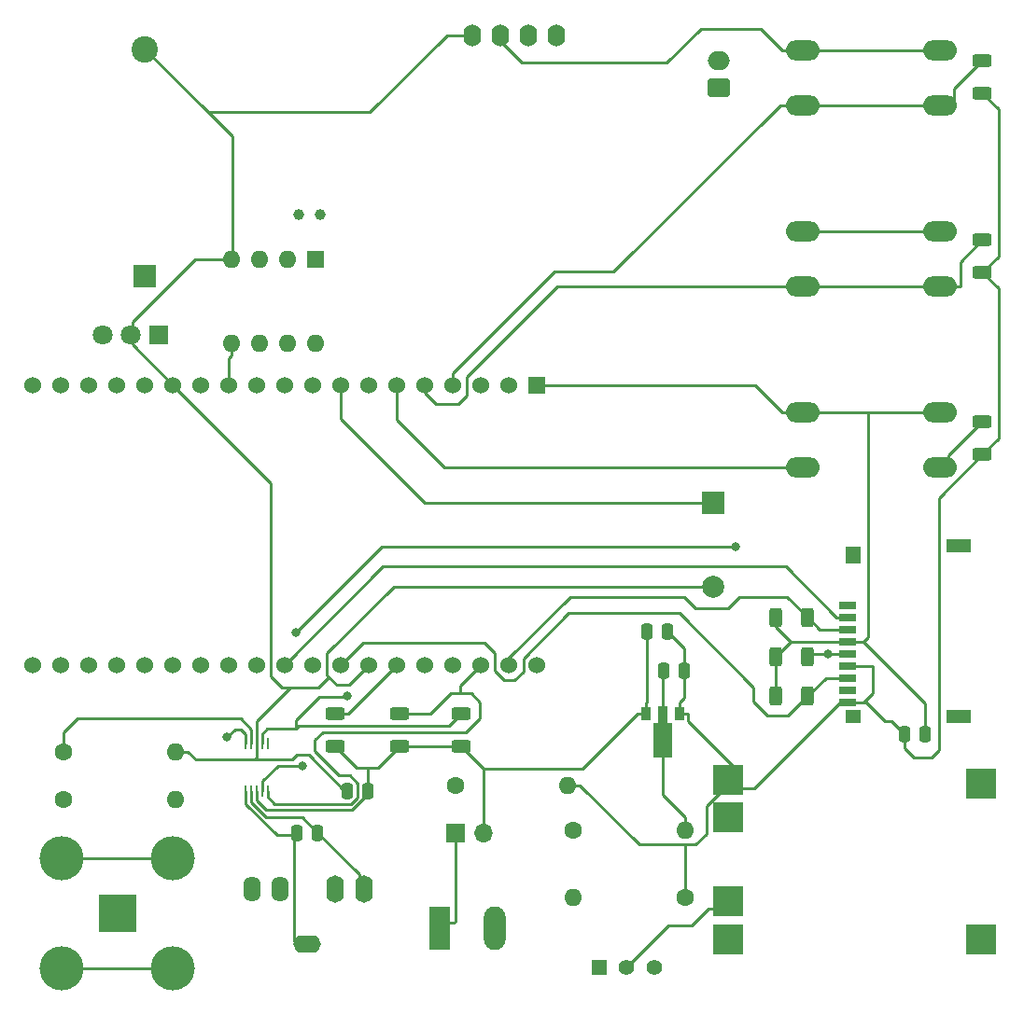
<source format=gbr>
%TF.GenerationSoftware,KiCad,Pcbnew,7.0.9*%
%TF.CreationDate,2024-02-28T20:27:22+01:00*%
%TF.ProjectId,logger_pcb_kicad,6c6f6767-6572-45f7-9063-625f6b696361,rev?*%
%TF.SameCoordinates,Original*%
%TF.FileFunction,Copper,L1,Top*%
%TF.FilePolarity,Positive*%
%FSLAX46Y46*%
G04 Gerber Fmt 4.6, Leading zero omitted, Abs format (unit mm)*
G04 Created by KiCad (PCBNEW 7.0.9) date 2024-02-28 20:27:22*
%MOMM*%
%LPD*%
G01*
G04 APERTURE LIST*
G04 Aperture macros list*
%AMRoundRect*
0 Rectangle with rounded corners*
0 $1 Rounding radius*
0 $2 $3 $4 $5 $6 $7 $8 $9 X,Y pos of 4 corners*
0 Add a 4 corners polygon primitive as box body*
4,1,4,$2,$3,$4,$5,$6,$7,$8,$9,$2,$3,0*
0 Add four circle primitives for the rounded corners*
1,1,$1+$1,$2,$3*
1,1,$1+$1,$4,$5*
1,1,$1+$1,$6,$7*
1,1,$1+$1,$8,$9*
0 Add four rect primitives between the rounded corners*
20,1,$1+$1,$2,$3,$4,$5,0*
20,1,$1+$1,$4,$5,$6,$7,0*
20,1,$1+$1,$6,$7,$8,$9,0*
20,1,$1+$1,$8,$9,$2,$3,0*%
%AMFreePoly0*
4,1,9,3.862500,-0.866500,0.737500,-0.866500,0.737500,-0.450000,-0.737500,-0.450000,-0.737500,0.450000,0.737500,0.450000,0.737500,0.866500,3.862500,0.866500,3.862500,-0.866500,3.862500,-0.866500,$1*%
G04 Aperture macros list end*
%TA.AperFunction,ComponentPad*%
%ADD10O,1.600000X2.300000*%
%TD*%
%TA.AperFunction,ComponentPad*%
%ADD11O,2.500000X1.600000*%
%TD*%
%TA.AperFunction,ComponentPad*%
%ADD12O,1.600000X2.500000*%
%TD*%
%TA.AperFunction,SMDPad,CuDef*%
%ADD13RoundRect,0.250000X-0.312500X-0.625000X0.312500X-0.625000X0.312500X0.625000X-0.312500X0.625000X0*%
%TD*%
%TA.AperFunction,SMDPad,CuDef*%
%ADD14RoundRect,0.250000X0.625000X-0.312500X0.625000X0.312500X-0.625000X0.312500X-0.625000X-0.312500X0*%
%TD*%
%TA.AperFunction,ComponentPad*%
%ADD15O,1.600000X2.000000*%
%TD*%
%TA.AperFunction,ComponentPad*%
%ADD16O,3.048000X1.850000*%
%TD*%
%TA.AperFunction,SMDPad,CuDef*%
%ADD17RoundRect,0.250000X-0.250000X-0.475000X0.250000X-0.475000X0.250000X0.475000X-0.250000X0.475000X0*%
%TD*%
%TA.AperFunction,ComponentPad*%
%ADD18R,2.100000X2.100000*%
%TD*%
%TA.AperFunction,ComponentPad*%
%ADD19C,2.400000*%
%TD*%
%TA.AperFunction,SMDPad,CuDef*%
%ADD20RoundRect,0.250000X0.250000X0.475000X-0.250000X0.475000X-0.250000X-0.475000X0.250000X-0.475000X0*%
%TD*%
%TA.AperFunction,ComponentPad*%
%ADD21R,3.500000X3.500000*%
%TD*%
%TA.AperFunction,ComponentPad*%
%ADD22C,4.000000*%
%TD*%
%TA.AperFunction,ComponentPad*%
%ADD23C,1.600000*%
%TD*%
%TA.AperFunction,ComponentPad*%
%ADD24O,1.600000X1.600000*%
%TD*%
%TA.AperFunction,ComponentPad*%
%ADD25R,2.800000X2.800000*%
%TD*%
%TA.AperFunction,SMDPad,CuDef*%
%ADD26R,0.900000X1.300000*%
%TD*%
%TA.AperFunction,SMDPad,CuDef*%
%ADD27FreePoly0,270.000000*%
%TD*%
%TA.AperFunction,ComponentPad*%
%ADD28RoundRect,0.250000X0.750000X-0.600000X0.750000X0.600000X-0.750000X0.600000X-0.750000X-0.600000X0*%
%TD*%
%TA.AperFunction,ComponentPad*%
%ADD29O,2.000000X1.700000*%
%TD*%
%TA.AperFunction,ComponentPad*%
%ADD30R,1.600000X1.600000*%
%TD*%
%TA.AperFunction,SMDPad,CuDef*%
%ADD31R,0.250000X1.100000*%
%TD*%
%TA.AperFunction,ComponentPad*%
%ADD32R,1.980000X3.960000*%
%TD*%
%TA.AperFunction,ComponentPad*%
%ADD33O,1.980000X3.960000*%
%TD*%
%TA.AperFunction,ComponentPad*%
%ADD34R,2.000000X2.000000*%
%TD*%
%TA.AperFunction,ComponentPad*%
%ADD35C,2.000000*%
%TD*%
%TA.AperFunction,ComponentPad*%
%ADD36R,1.400000X1.400000*%
%TD*%
%TA.AperFunction,ComponentPad*%
%ADD37C,1.400000*%
%TD*%
%TA.AperFunction,SMDPad,CuDef*%
%ADD38R,1.600000X0.700000*%
%TD*%
%TA.AperFunction,SMDPad,CuDef*%
%ADD39R,2.200000X1.200000*%
%TD*%
%TA.AperFunction,SMDPad,CuDef*%
%ADD40R,1.400000X1.600000*%
%TD*%
%TA.AperFunction,SMDPad,CuDef*%
%ADD41R,1.400000X1.200000*%
%TD*%
%TA.AperFunction,ComponentPad*%
%ADD42R,1.800000X1.800000*%
%TD*%
%TA.AperFunction,ComponentPad*%
%ADD43C,1.800000*%
%TD*%
%TA.AperFunction,ComponentPad*%
%ADD44R,1.700000X1.700000*%
%TD*%
%TA.AperFunction,ComponentPad*%
%ADD45O,1.700000X1.700000*%
%TD*%
%TA.AperFunction,ComponentPad*%
%ADD46R,1.530000X1.530000*%
%TD*%
%TA.AperFunction,ComponentPad*%
%ADD47C,1.530000*%
%TD*%
%TA.AperFunction,ComponentPad*%
%ADD48C,1.000000*%
%TD*%
%TA.AperFunction,ViaPad*%
%ADD49C,0.800000*%
%TD*%
%TA.AperFunction,Conductor*%
%ADD50C,0.250000*%
%TD*%
G04 APERTURE END LIST*
D10*
%TO.P,J4,R*%
%TO.N,unconnected-(J4-PadR)*%
X125770000Y-127020000D03*
%TO.P,J4,RN*%
%TO.N,N/C*%
X128350000Y-127000000D03*
D11*
%TO.P,J4,S*%
%TO.N,Net-(U3-AIN2)*%
X130810000Y-132030000D03*
D12*
%TO.P,J4,T*%
%TO.N,Net-(U3-AIN3)*%
X135930000Y-127020000D03*
%TO.P,J4,TN*%
%TO.N,N/C*%
X133350000Y-127000000D03*
%TD*%
D13*
%TO.P,R13,1*%
%TO.N,+3.3V*%
X173289500Y-102362000D03*
%TO.P,R13,2*%
%TO.N,MOSI*%
X176214500Y-102362000D03*
%TD*%
D14*
%TO.P,R1,1*%
%TO.N,GND*%
X192024000Y-87568500D03*
%TO.P,R1,2*%
%TO.N,Net-(U1-IO35)*%
X192024000Y-84643500D03*
%TD*%
%TO.P,R7,1*%
%TO.N,+3.3V*%
X139192000Y-114046000D03*
%TO.P,R7,2*%
%TO.N,SCL*%
X139192000Y-111121000D03*
%TD*%
D15*
%TO.P,J2,1,Pin_1*%
%TO.N,GND*%
X145796000Y-49530000D03*
%TO.P,J2,2,Pin_2*%
%TO.N,+3.3V*%
X148336000Y-49530000D03*
%TO.P,J2,3,Pin_3*%
%TO.N,SCL*%
X150876000Y-49530000D03*
%TO.P,J2,4,Pin_4*%
%TO.N,SDA*%
X153416000Y-49530000D03*
%TD*%
D14*
%TO.P,R2,1*%
%TO.N,GND*%
X192024000Y-71058500D03*
%TO.P,R2,2*%
%TO.N,Net-(U1-IO34)*%
X192024000Y-68133500D03*
%TD*%
D16*
%TO.P,SW3,1,1*%
%TO.N,+3.3V*%
X175714000Y-83746000D03*
X188214000Y-83746000D03*
%TO.P,SW3,2,2*%
%TO.N,Net-(U1-IO35)*%
X175714000Y-88746000D03*
X188214000Y-88746000D03*
%TD*%
D17*
%TO.P,C4,1*%
%TO.N,+3.3V*%
X161610000Y-103632000D03*
%TO.P,C4,2*%
%TO.N,GND*%
X163510000Y-103632000D03*
%TD*%
D18*
%TO.P,BT1,1,+*%
%TO.N,Net-(BT1-+)*%
X116078000Y-71374000D03*
D19*
%TO.P,BT1,2,-*%
%TO.N,GND*%
X116078000Y-50800000D03*
%TD*%
D14*
%TO.P,R8,1*%
%TO.N,+3.3V*%
X144780000Y-114046000D03*
%TO.P,R8,2*%
%TO.N,ALRT*%
X144780000Y-111121000D03*
%TD*%
D20*
%TO.P,C2,1*%
%TO.N,+3.3V*%
X136332000Y-118110000D03*
%TO.P,C2,2*%
%TO.N,GND*%
X134432000Y-118110000D03*
%TD*%
D21*
%TO.P,J1,1,In*%
%TO.N,Net-(J1-In)*%
X113593000Y-129231000D03*
D22*
%TO.P,J1,2,Ext*%
%TO.N,GND*%
X118618000Y-134256000D03*
X118618000Y-124206000D03*
X108568000Y-134256000D03*
X108568000Y-124206000D03*
%TD*%
D23*
%TO.P,R12,1*%
%TO.N,Net-(J6-Pin_1)*%
X144272000Y-117602000D03*
D24*
%TO.P,R12,2*%
%TO.N,GND*%
X154432000Y-117602000D03*
%TD*%
D25*
%TO.P,U4,1,Vin+*%
%TO.N,unconnected-(U4-Vin+-Pad1)*%
X191912500Y-131612500D03*
%TO.P,U4,2,Vin-*%
%TO.N,unconnected-(U4-Vin--Pad2)*%
X191912500Y-117412500D03*
%TO.P,U4,3,Vout+*%
%TO.N,Net-(U4-Vout+)*%
X169012500Y-131612500D03*
%TO.P,U4,4,Vout-*%
%TO.N,GND*%
X169012500Y-117112500D03*
%TO.P,U4,5,B+*%
%TO.N,Net-(U4-B+)*%
X169012500Y-128112500D03*
%TO.P,U4,6,B-*%
%TO.N,Net-(J5-Pin_1)*%
X169012500Y-120512500D03*
%TD*%
D26*
%TO.P,U6,1,GND*%
%TO.N,GND*%
X164568000Y-111080000D03*
D27*
%TO.P,U6,2,VIN*%
%TO.N,Net-(U4-Vout+)*%
X163068000Y-111167500D03*
D26*
%TO.P,U6,3,VOUT*%
%TO.N,+3.3V*%
X161568000Y-111080000D03*
%TD*%
D28*
%TO.P,J5,1,Pin_1*%
%TO.N,Net-(J5-Pin_1)*%
X168148000Y-54316000D03*
D29*
%TO.P,J5,2,Pin_2*%
%TO.N,Net-(J5-Pin_2)*%
X168148000Y-51816000D03*
%TD*%
D17*
%TO.P,C5,1*%
%TO.N,Net-(U3-AIN2)*%
X129860000Y-121920000D03*
%TO.P,C5,2*%
%TO.N,Net-(U3-AIN3)*%
X131760000Y-121920000D03*
%TD*%
D30*
%TO.P,U2,1,VCC2*%
%TO.N,+3.3V*%
X131572000Y-69850000D03*
D24*
%TO.P,U2,2,X1*%
%TO.N,Net-(U2-X1)*%
X129032000Y-69850000D03*
%TO.P,U2,3,X2*%
%TO.N,Net-(U2-X2)*%
X126492000Y-69850000D03*
%TO.P,U2,4,GND*%
%TO.N,GND*%
X123952000Y-69850000D03*
%TO.P,U2,5,CE*%
%TO.N,CE*%
X123952000Y-77470000D03*
%TO.P,U2,6,I/O*%
%TO.N,DTLOCK*%
X126492000Y-77470000D03*
%TO.P,U2,7,SCLK*%
%TO.N,SCLK*%
X129032000Y-77470000D03*
%TO.P,U2,8,VCC1*%
%TO.N,Net-(BT1-+)*%
X131572000Y-77470000D03*
%TD*%
D31*
%TO.P,U3,1,ADDR*%
%TO.N,unconnected-(U3-ADDR-Pad1)*%
X127238000Y-113810000D03*
%TO.P,U3,2,ALERT/RDY*%
%TO.N,ALRT*%
X126738000Y-113810000D03*
%TO.P,U3,3,GND*%
%TO.N,GND*%
X126238000Y-113810000D03*
%TO.P,U3,4,AIN0*%
%TO.N,Net-(U3-AIN0)*%
X125738000Y-113810000D03*
%TO.P,U3,5,AIN1*%
%TO.N,Net-(J6-Pin_1)*%
X125238000Y-113810000D03*
%TO.P,U3,6,AIN2*%
%TO.N,Net-(U3-AIN2)*%
X125238000Y-118110000D03*
%TO.P,U3,7,AIN3*%
%TO.N,Net-(U3-AIN3)*%
X125738000Y-118110000D03*
%TO.P,U3,8,VDD*%
%TO.N,+3.3V*%
X126238000Y-118110000D03*
%TO.P,U3,9,SDA*%
%TO.N,SDA*%
X126738000Y-118110000D03*
%TO.P,U3,10,SCL*%
%TO.N,SCL*%
X127238000Y-118110000D03*
%TD*%
D13*
%TO.P,R14,1*%
%TO.N,+3.3V*%
X173289500Y-105918000D03*
%TO.P,R14,2*%
%TO.N,SCK*%
X176214500Y-105918000D03*
%TD*%
D14*
%TO.P,R6,1*%
%TO.N,+3.3V*%
X133350000Y-114046000D03*
%TO.P,R6,2*%
%TO.N,SDA*%
X133350000Y-111121000D03*
%TD*%
D32*
%TO.P,J6,1,Pin_1*%
%TO.N,Net-(J6-Pin_1)*%
X142800000Y-130600000D03*
D33*
%TO.P,J6,2,Pin_2*%
%TO.N,+3.3V*%
X147800000Y-130600000D03*
%TD*%
D34*
%TO.P,BZ1,1,-*%
%TO.N,Net-(BZ1--)*%
X167640000Y-91968000D03*
D35*
%TO.P,BZ1,2,+*%
%TO.N,GND*%
X167640000Y-99568000D03*
%TD*%
D16*
%TO.P,SW1,1,1*%
%TO.N,+3.3V*%
X175714000Y-50880000D03*
X188214000Y-50880000D03*
%TO.P,SW1,2,2*%
%TO.N,Net-(U1-SENSOR_VN)*%
X175714000Y-55880000D03*
X188214000Y-55880000D03*
%TD*%
D36*
%TO.P,SW4,1*%
%TO.N,Net-(J5-Pin_2)*%
X157266000Y-134112000D03*
D37*
%TO.P,SW4,2*%
%TO.N,Net-(U4-B+)*%
X159766000Y-134112000D03*
%TO.P,SW4,3*%
%TO.N,N/C*%
X162266000Y-134112000D03*
%TD*%
D38*
%TO.P,J3,1,DAT2*%
%TO.N,unconnected-(J3-DAT2-Pad1)*%
X179814600Y-101323200D03*
%TO.P,J3,2,DAT3/CD*%
%TO.N,CS*%
X179814600Y-102423200D03*
%TO.P,J3,3,CMD*%
%TO.N,MOSI*%
X179814600Y-103523200D03*
%TO.P,J3,4,VDD*%
%TO.N,+3.3V*%
X179814600Y-104623200D03*
%TO.P,J3,5,CLK*%
%TO.N,SCK*%
X179814600Y-105723200D03*
%TO.P,J3,6,VSS*%
%TO.N,GND*%
X179814600Y-106823200D03*
%TO.P,J3,7,DAT0*%
%TO.N,MISO*%
X179814600Y-107923200D03*
%TO.P,J3,8,DAT1*%
%TO.N,unconnected-(J3-DAT1-Pad8)*%
X179814600Y-109023200D03*
%TO.P,J3,9,SHIELD*%
%TO.N,GND*%
X179814600Y-110123200D03*
D39*
%TO.P,J3,SH*%
%TO.N,N/C*%
X189914600Y-95823200D03*
D40*
X180314600Y-96723200D03*
D39*
X189914600Y-111323200D03*
D41*
X180314600Y-111323200D03*
%TD*%
D20*
%TO.P,C1,1*%
%TO.N,+3.3V*%
X186878000Y-113000000D03*
%TO.P,C1,2*%
%TO.N,GND*%
X184978000Y-113000000D03*
%TD*%
D14*
%TO.P,R3,1*%
%TO.N,GND*%
X192024000Y-54802500D03*
%TO.P,R3,2*%
%TO.N,Net-(U1-SENSOR_VN)*%
X192024000Y-51877500D03*
%TD*%
D16*
%TO.P,SW2,1,1*%
%TO.N,+3.3V*%
X175714000Y-67316000D03*
X188214000Y-67316000D03*
%TO.P,SW2,2,2*%
%TO.N,Net-(U1-IO34)*%
X175714000Y-72316000D03*
X188214000Y-72316000D03*
%TD*%
D42*
%TO.P,D3,1,A1*%
%TO.N,Net-(D3-A1)*%
X117358000Y-76708000D03*
D43*
%TO.P,D3,2,K*%
%TO.N,GND*%
X114818000Y-76708000D03*
%TO.P,D3,3,A2*%
%TO.N,Net-(D3-A2)*%
X112278000Y-76708000D03*
%TD*%
D23*
%TO.P,R5,1*%
%TO.N,Net-(U3-AIN0)*%
X108712000Y-114554000D03*
D24*
%TO.P,R5,2*%
%TO.N,GND*%
X118872000Y-114554000D03*
%TD*%
D44*
%TO.P,J7,1,Pin_1*%
%TO.N,Net-(J6-Pin_1)*%
X144267000Y-121920000D03*
D45*
%TO.P,J7,2,Pin_2*%
%TO.N,+3.3V*%
X146807000Y-121920000D03*
%TD*%
D46*
%TO.P,U1,1,3V3*%
%TO.N,+3.3V*%
X151638000Y-81280000D03*
D47*
%TO.P,U1,2,EN*%
%TO.N,unconnected-(U1-EN-Pad2)*%
X149098000Y-81280000D03*
%TO.P,U1,3,SENSOR_VP*%
%TO.N,unconnected-(U1-SENSOR_VP-Pad3)*%
X146558000Y-81280000D03*
%TO.P,U1,4,SENSOR_VN*%
%TO.N,Net-(U1-SENSOR_VN)*%
X144018000Y-81280000D03*
%TO.P,U1,5,IO34*%
%TO.N,Net-(U1-IO34)*%
X141478000Y-81280000D03*
%TO.P,U1,6,IO35*%
%TO.N,Net-(U1-IO35)*%
X138938000Y-81280000D03*
%TO.P,U1,7,IO32*%
%TO.N,ALRT*%
X136398000Y-81280000D03*
%TO.P,U1,8,IO33*%
%TO.N,Net-(BZ1--)*%
X133858000Y-81280000D03*
%TO.P,U1,9,IO25*%
%TO.N,unconnected-(U1-IO25-Pad9)*%
X131318000Y-81280000D03*
%TO.P,U1,10,IO26*%
%TO.N,SCLK*%
X128778000Y-81280000D03*
%TO.P,U1,11,IO27*%
%TO.N,DTLOCK*%
X126238000Y-81280000D03*
%TO.P,U1,12,IO14*%
%TO.N,CE*%
X123698000Y-81280000D03*
%TO.P,U1,13,IO12*%
%TO.N,Net-(D3-A1)*%
X121158000Y-81280000D03*
%TO.P,U1,14,GND1*%
%TO.N,GND*%
X118618000Y-81280000D03*
%TO.P,U1,15,IO13*%
%TO.N,Net-(D3-A2)*%
X116078000Y-81280000D03*
%TO.P,U1,16,SD2*%
%TO.N,unconnected-(U1-SD2-Pad16)*%
X113538000Y-81280000D03*
%TO.P,U1,17,SD3*%
%TO.N,unconnected-(U1-SD3-Pad17)*%
X110998000Y-81280000D03*
%TO.P,U1,18,CMD*%
%TO.N,unconnected-(U1-CMD-Pad18)*%
X108458000Y-81280000D03*
%TO.P,U1,19,EXT_5V*%
%TO.N,unconnected-(U1-EXT_5V-Pad19)*%
X105918000Y-81280000D03*
%TO.P,U1,20,CLK*%
%TO.N,unconnected-(U1-CLK-Pad20)*%
X105918000Y-106680000D03*
%TO.P,U1,21,SD0*%
%TO.N,unconnected-(U1-SD0-Pad21)*%
X108458000Y-106680000D03*
%TO.P,U1,22,SD1*%
%TO.N,unconnected-(U1-SD1-Pad22)*%
X110998000Y-106680000D03*
%TO.P,U1,23,IO15*%
%TO.N,unconnected-(U1-IO15-Pad23)*%
X113538000Y-106680000D03*
%TO.P,U1,24,IO2*%
%TO.N,unconnected-(U1-IO2-Pad24)*%
X116078000Y-106680000D03*
%TO.P,U1,25,IO0*%
%TO.N,unconnected-(U1-IO0-Pad25)*%
X118618000Y-106680000D03*
%TO.P,U1,26,IO4*%
%TO.N,BLEVEL*%
X121158000Y-106680000D03*
%TO.P,U1,27,IO16*%
%TO.N,unconnected-(U1-IO16-Pad27)*%
X123698000Y-106680000D03*
%TO.P,U1,28,IO17*%
%TO.N,unconnected-(U1-IO17-Pad28)*%
X126238000Y-106680000D03*
%TO.P,U1,29,IO5*%
%TO.N,CS*%
X128778000Y-106680000D03*
%TO.P,U1,30,IO18*%
%TO.N,SCK*%
X131318000Y-106680000D03*
%TO.P,U1,31,IO19*%
%TO.N,MISO*%
X133858000Y-106680000D03*
%TO.P,U1,32,GND2*%
%TO.N,GND*%
X136398000Y-106680000D03*
%TO.P,U1,33,IO21*%
%TO.N,SDA*%
X138938000Y-106680000D03*
%TO.P,U1,34,RXD0*%
%TO.N,unconnected-(U1-RXD0-Pad34)*%
X141478000Y-106680000D03*
%TO.P,U1,35,TXD0*%
%TO.N,unconnected-(U1-TXD0-Pad35)*%
X144018000Y-106680000D03*
%TO.P,U1,36,IO22*%
%TO.N,SCL*%
X146558000Y-106680000D03*
%TO.P,U1,37,IO23*%
%TO.N,MOSI*%
X149098000Y-106680000D03*
%TO.P,U1,38,GND3*%
%TO.N,GND*%
X151638000Y-106680000D03*
%TD*%
D23*
%TO.P,R11,1*%
%TO.N,BLEVEL*%
X154940000Y-121666000D03*
D24*
%TO.P,R11,2*%
%TO.N,Net-(U4-Vout+)*%
X165100000Y-121666000D03*
%TD*%
D17*
%TO.P,C3,1*%
%TO.N,Net-(U4-Vout+)*%
X163134000Y-107188000D03*
%TO.P,C3,2*%
%TO.N,GND*%
X165034000Y-107188000D03*
%TD*%
D48*
%TO.P,Y1,1,1*%
%TO.N,Net-(U2-X1)*%
X131948000Y-65786000D03*
%TO.P,Y1,2,2*%
%TO.N,Net-(U2-X2)*%
X130048000Y-65786000D03*
%TD*%
D13*
%TO.P,R15,1*%
%TO.N,+3.3V*%
X173289500Y-109474000D03*
%TO.P,R15,2*%
%TO.N,MISO*%
X176214500Y-109474000D03*
%TD*%
D23*
%TO.P,R4,1*%
%TO.N,Net-(U3-AIN0)*%
X108712000Y-118872000D03*
D24*
%TO.P,R4,2*%
%TO.N,Net-(J1-In)*%
X118872000Y-118872000D03*
%TD*%
D23*
%TO.P,R10,1*%
%TO.N,GND*%
X165100000Y-127762000D03*
D24*
%TO.P,R10,2*%
%TO.N,BLEVEL*%
X154940000Y-127762000D03*
%TD*%
D49*
%TO.N,SDA*%
X130335000Y-115826000D03*
%TO.N,SCK*%
X178054000Y-105658000D03*
X169646600Y-95986600D03*
X129803700Y-103712200D03*
%TO.N,Net-(J6-Pin_1)*%
X123500000Y-113250000D03*
%TO.N,ALRT*%
X134416800Y-109499400D03*
%TD*%
D50*
%TO.N,GND*%
X127508000Y-90170000D02*
X127508000Y-107758000D01*
X193500000Y-72534500D02*
X193500000Y-86092500D01*
X121787000Y-56508600D02*
X116078000Y-50800000D01*
X154432000Y-117602000D02*
X155559000Y-117602000D01*
X132613400Y-105636600D02*
X132613400Y-107629400D01*
X179019000Y-110174000D02*
X171359000Y-117834000D01*
X192024000Y-54802500D02*
X193500000Y-56278500D01*
X134432000Y-118110000D02*
X134213600Y-118110000D01*
X180146100Y-106758000D02*
X180146000Y-106758000D01*
X188087000Y-91505500D02*
X188087000Y-114413000D01*
X123952000Y-69850000D02*
X120650000Y-69850000D01*
X118872000Y-114554000D02*
X119999000Y-114554000D01*
X182100000Y-109231000D02*
X182100000Y-106758000D01*
X136398000Y-106680000D02*
X134578000Y-108500000D01*
X165100000Y-122960000D02*
X165100000Y-127762000D01*
X185850000Y-115100000D02*
X184978000Y-114228000D01*
X168666000Y-117834000D02*
X169632000Y-117834000D01*
X165100000Y-122960000D02*
X166040000Y-122960000D01*
X119999000Y-114554000D02*
X120684800Y-115239800D01*
X160917000Y-122960000D02*
X165100000Y-122960000D01*
X114929000Y-76708000D02*
X114929000Y-77590600D01*
X187400000Y-115100000D02*
X185850000Y-115100000D01*
X166040000Y-122960000D02*
X167000000Y-122000000D01*
X164568000Y-110103000D02*
X165034000Y-109637000D01*
X130937000Y-114833400D02*
X129870200Y-114833400D01*
X181273000Y-110058000D02*
X182100000Y-109231000D01*
X108568000Y-134256000D02*
X118618000Y-134256000D01*
X165034000Y-109637000D02*
X165034000Y-107188000D01*
X131794000Y-108748000D02*
X129238000Y-108748000D01*
X184978000Y-114228000D02*
X184978000Y-113000000D01*
X181273000Y-110058000D02*
X180146100Y-110058000D01*
X167000000Y-119500000D02*
X168666000Y-117834000D01*
X192024000Y-71058500D02*
X193500000Y-72534500D01*
X129238000Y-108748000D02*
X126238000Y-111748000D01*
X165034000Y-107188000D02*
X165034000Y-105156000D01*
X126238000Y-113810000D02*
X126238000Y-114687000D01*
X126060200Y-115239800D02*
X126238000Y-115062000D01*
X133485000Y-108500000D02*
X132763000Y-107779000D01*
X183238000Y-111798000D02*
X181498000Y-110058000D01*
X167640000Y-99568000D02*
X138682000Y-99568000D01*
X169632000Y-117112500D02*
X169632000Y-116108000D01*
X183776000Y-111798000D02*
X184978000Y-113000000D01*
X126238000Y-111748000D02*
X126238000Y-113810000D01*
X183238000Y-111798000D02*
X183776000Y-111798000D01*
X126238000Y-115265200D02*
X126238000Y-114687000D01*
X108568000Y-124206000D02*
X118618000Y-124206000D01*
X179019000Y-110058000D02*
X179019000Y-110174000D01*
X123952000Y-69850000D02*
X124000000Y-69802000D01*
X181498000Y-110058000D02*
X181273000Y-110058000D01*
X127508000Y-107758000D02*
X128498000Y-108748000D01*
X126238000Y-115062000D02*
X126238000Y-114687000D01*
X193500000Y-86092500D02*
X192024000Y-87568500D01*
X165345000Y-111080000D02*
X164568000Y-111080000D01*
X114929000Y-75571400D02*
X114929000Y-76708000D01*
X188087000Y-114413000D02*
X187400000Y-115100000D01*
X169632000Y-117834000D02*
X169632000Y-117112500D01*
X182100000Y-106758000D02*
X180146100Y-106758000D01*
X138682000Y-99568000D02*
X132613400Y-105636600D01*
X124000000Y-58722000D02*
X121787000Y-56508600D01*
X143470000Y-49530000D02*
X145796000Y-49530000D01*
X121787000Y-56508600D02*
X136491000Y-56508600D01*
X165345000Y-111820000D02*
X165345000Y-111080000D01*
X129438400Y-115265200D02*
X126238000Y-115265200D01*
X167000000Y-122000000D02*
X167000000Y-119500000D01*
X169012500Y-117112500D02*
X169632000Y-117112500D01*
X128498000Y-108748000D02*
X129238000Y-108748000D01*
X114929000Y-77590600D02*
X118618000Y-81280000D01*
X134213600Y-118110000D02*
X130937000Y-114833400D01*
X118618000Y-81280000D02*
X127508000Y-90170000D01*
X134578000Y-108500000D02*
X133485000Y-108500000D01*
X132613400Y-107629400D02*
X132763000Y-107779000D01*
X120650000Y-69850000D02*
X114929000Y-75571400D01*
X169632000Y-116108000D02*
X165345000Y-111820000D01*
X132763000Y-107779000D02*
X131794000Y-108748000D01*
X192024000Y-87568500D02*
X188087000Y-91505500D01*
X180146100Y-110058000D02*
X179019000Y-110058000D01*
X114929000Y-76708000D02*
X114818000Y-76708000D01*
X124000000Y-69802000D02*
X124000000Y-58722000D01*
X165034000Y-105156000D02*
X163510000Y-103632000D01*
X136491000Y-56508600D02*
X143470000Y-49530000D01*
X193500000Y-69582500D02*
X192024000Y-71058500D01*
X120684800Y-115239800D02*
X126060200Y-115239800D01*
X155559000Y-117602000D02*
X160917000Y-122960000D01*
X171359000Y-117834000D02*
X169632000Y-117834000D01*
X164568000Y-111080000D02*
X164568000Y-110103000D01*
X129870200Y-114833400D02*
X129438400Y-115265200D01*
X193500000Y-56278500D02*
X193500000Y-69582500D01*
%TO.N,Net-(BZ1--)*%
X133858000Y-84358000D02*
X141468000Y-91968000D01*
X133858000Y-81280000D02*
X133858000Y-84358000D01*
X141468000Y-91968000D02*
X167640000Y-91968000D01*
%TO.N,+3.3V*%
X175714000Y-50880000D02*
X173863000Y-50880000D01*
X173970000Y-105238000D02*
X173969500Y-105238000D01*
X150294600Y-52044600D02*
X148336000Y-50086000D01*
X148336000Y-50086000D02*
X148336000Y-49530000D01*
X181273000Y-104558000D02*
X186878000Y-110163000D01*
X173290000Y-103198000D02*
X173290000Y-102780000D01*
X173290000Y-102780000D02*
X173290000Y-102362000D01*
X161568000Y-111080000D02*
X161568000Y-110103000D01*
X136332000Y-115982000D02*
X136332000Y-118110000D01*
X146807000Y-116073000D02*
X155798000Y-116073000D01*
X171928800Y-48945800D02*
X166522400Y-48945800D01*
X173290000Y-107696000D02*
X173289500Y-107696500D01*
X136332000Y-118391000D02*
X136332000Y-118110000D01*
X144780000Y-114046000D02*
X139192000Y-114046000D01*
X173290000Y-105918000D02*
X173290000Y-107696000D01*
X161610000Y-110061000D02*
X161610000Y-103632000D01*
X137256000Y-115982000D02*
X136332000Y-115982000D01*
X126238000Y-118110000D02*
X126238000Y-118987000D01*
X126238000Y-118987000D02*
X127088200Y-119837200D01*
X134885800Y-119837200D02*
X136332000Y-118391000D01*
X186878000Y-110163000D02*
X186878000Y-113000000D01*
X173290000Y-102780000D02*
X173289500Y-102779500D01*
X173863000Y-83746000D02*
X175714000Y-83746000D01*
X174650000Y-104558000D02*
X173290000Y-103198000D01*
X155798000Y-116073000D02*
X160791000Y-111080000D01*
X173289500Y-102779500D02*
X173289500Y-102362000D01*
X146807000Y-116073000D02*
X144780000Y-114046000D01*
X174650000Y-104558000D02*
X173970000Y-105238000D01*
X181706000Y-83746000D02*
X181706000Y-104125000D01*
X173969500Y-105238000D02*
X173289500Y-105918000D01*
X160791000Y-111080000D02*
X161568000Y-111080000D01*
X173289500Y-107696500D02*
X173289500Y-109474000D01*
X146807000Y-121920000D02*
X146807000Y-116073000D01*
X135286000Y-115982000D02*
X133350000Y-114046000D01*
X127088200Y-119837200D02*
X134885800Y-119837200D01*
X151638000Y-81280000D02*
X171397000Y-81280000D01*
X136332000Y-115982000D02*
X135286000Y-115982000D01*
X175714000Y-83746000D02*
X181706000Y-83746000D01*
X188214000Y-50880000D02*
X175714000Y-50880000D01*
X174650000Y-104558000D02*
X180146100Y-104558000D01*
X186878000Y-113000000D02*
X186878000Y-113538000D01*
X173290000Y-107696000D02*
X173290000Y-109474000D01*
X161568000Y-110103000D02*
X161610000Y-110061000D01*
X180146100Y-104558000D02*
X181273000Y-104558000D01*
X173863000Y-50880000D02*
X171928800Y-48945800D01*
X181706000Y-104125000D02*
X181273000Y-104558000D01*
X171397000Y-81280000D02*
X173863000Y-83746000D01*
X173970000Y-105238000D02*
X173290000Y-105918000D01*
X139192000Y-114046000D02*
X137256000Y-115982000D01*
X163423600Y-52044600D02*
X150294600Y-52044600D01*
X166522400Y-48945800D02*
X163423600Y-52044600D01*
X188214000Y-67316000D02*
X175714000Y-67316000D01*
X188214000Y-83746000D02*
X181706000Y-83746000D01*
%TO.N,Net-(U4-Vout+)*%
X165100000Y-120539000D02*
X163068000Y-118507000D01*
X165100000Y-121666000D02*
X165100000Y-120539000D01*
X163068000Y-111167500D02*
X163068000Y-107254000D01*
X163068000Y-118507000D02*
X163068000Y-111167500D01*
X163068000Y-107254000D02*
X163134000Y-107188000D01*
%TO.N,Net-(U3-AIN2)*%
X129646000Y-122134000D02*
X129479000Y-122134000D01*
X129479000Y-122134000D02*
X128058000Y-122134000D01*
X129919000Y-132000000D02*
X129641600Y-131722600D01*
X129641600Y-131722600D02*
X129641600Y-122296600D01*
X129860000Y-121920000D02*
X129646000Y-122134000D01*
X129641600Y-122296600D02*
X129479000Y-122134000D01*
X128058000Y-122134000D02*
X125238000Y-119314000D01*
X125238000Y-119314000D02*
X125238000Y-118110000D01*
X130850000Y-132000000D02*
X129919000Y-132000000D01*
%TO.N,Net-(U3-AIN3)*%
X130340000Y-120500000D02*
X131760000Y-121920000D01*
X135500000Y-126000000D02*
X135500000Y-125660000D01*
X135850000Y-126350000D02*
X135500000Y-126000000D01*
X125738000Y-119140000D02*
X127098000Y-120500000D01*
X125738000Y-118110000D02*
X125738000Y-119140000D01*
X135500000Y-125660000D02*
X131760000Y-121920000D01*
X127098000Y-120500000D02*
X130340000Y-120500000D01*
X135850000Y-127000000D02*
X135850000Y-126350000D01*
%TO.N,SCL*%
X135356600Y-117411600D02*
X135356600Y-118730400D01*
X135356600Y-118730400D02*
X134783200Y-119303800D01*
X131500000Y-114500000D02*
X133713000Y-116713000D01*
X134783200Y-119303800D02*
X127867800Y-119303800D01*
X146558000Y-106680000D02*
X144706000Y-108532000D01*
X144706000Y-108532000D02*
X144706000Y-109253000D01*
X146500000Y-111500000D02*
X145224000Y-112776000D01*
X143832600Y-109253000D02*
X144706000Y-109253000D01*
X145702000Y-109253000D02*
X146500000Y-110051000D01*
X133713000Y-116713000D02*
X134658000Y-116713000D01*
X127867800Y-119303800D02*
X127238000Y-118674000D01*
X145224000Y-112776000D02*
X132224000Y-112776000D01*
X139192000Y-111121000D02*
X141964600Y-111121000D01*
X141964600Y-111121000D02*
X143832600Y-109253000D01*
X131500000Y-113500000D02*
X131500000Y-114500000D01*
X146500000Y-110051000D02*
X146500000Y-111500000D01*
X134658000Y-116713000D02*
X135356600Y-117411600D01*
X132224000Y-112776000D02*
X131500000Y-113500000D01*
X127238000Y-118674000D02*
X127238000Y-118110000D01*
X144706000Y-109253000D02*
X145702000Y-109253000D01*
%TO.N,SDA*%
X134497000Y-111121000D02*
X133350000Y-111121000D01*
X126738000Y-118110000D02*
X126738000Y-117233000D01*
X126738000Y-117233000D02*
X128146000Y-115826000D01*
X138938000Y-106680000D02*
X134497000Y-111121000D01*
X128146000Y-115826000D02*
X130335000Y-115826000D01*
%TO.N,CS*%
X137693400Y-97764600D02*
X174193200Y-97764600D01*
X178786600Y-102358000D02*
X180146100Y-102358000D01*
X128778000Y-106680000D02*
X137693400Y-97764600D01*
X174193200Y-97764600D02*
X178786600Y-102358000D01*
%TO.N,MOSI*%
X177310000Y-103458000D02*
X180146000Y-103458000D01*
X174352000Y-100500000D02*
X175831000Y-101979000D01*
X149098000Y-106045000D02*
X154643000Y-100500000D01*
X175831000Y-101979000D02*
X177310000Y-103458000D01*
X180146000Y-103458000D02*
X180146100Y-103458000D01*
X149098000Y-106680000D02*
X149098000Y-106045000D01*
X165000000Y-100500000D02*
X166000000Y-101500000D01*
X154643000Y-100500000D02*
X165000000Y-100500000D01*
X166000000Y-101500000D02*
X169000000Y-101500000D01*
X175831000Y-101979000D02*
X175831500Y-101979000D01*
X169000000Y-101500000D02*
X170000000Y-100500000D01*
X170000000Y-100500000D02*
X174352000Y-100500000D01*
X175831500Y-101979000D02*
X176214500Y-102362000D01*
%TO.N,SCK*%
X176474000Y-105658000D02*
X176214300Y-105917700D01*
X169646600Y-95986600D02*
X169585900Y-95925900D01*
X178054000Y-105658000D02*
X180146100Y-105658000D01*
X169585900Y-95925900D02*
X137590000Y-95925900D01*
X176214300Y-105917800D02*
X176214300Y-105917700D01*
X176214500Y-105918000D02*
X176214300Y-105917800D01*
X176214300Y-105917700D02*
X176214000Y-105918000D01*
X137590000Y-95925900D02*
X129803700Y-103712200D01*
X178054000Y-105658000D02*
X176474000Y-105658000D01*
%TO.N,MISO*%
X148666200Y-108077000D02*
X149580600Y-108077000D01*
X176209000Y-109479000D02*
X177830000Y-107858000D01*
X147828000Y-105578000D02*
X147828000Y-107238800D01*
X135864600Y-104673400D02*
X146923400Y-104673400D01*
X150400000Y-107257600D02*
X150400000Y-106100000D01*
X176209500Y-109479000D02*
X176214500Y-109474000D01*
X176209000Y-109479000D02*
X176209500Y-109479000D01*
X171300000Y-108700000D02*
X171300000Y-110000000D01*
X174436000Y-111252000D02*
X176209000Y-109479000D01*
X171300000Y-110000000D02*
X172552000Y-111252000D01*
X149580600Y-108077000D02*
X150400000Y-107257600D01*
X133858000Y-106680000D02*
X135864600Y-104673400D01*
X154500000Y-102000000D02*
X164600000Y-102000000D01*
X177830000Y-107858000D02*
X180146000Y-107858000D01*
X164600000Y-102000000D02*
X171300000Y-108700000D01*
X147828000Y-107238800D02*
X148666200Y-108077000D01*
X146923400Y-104673400D02*
X147828000Y-105578000D01*
X172552000Y-111252000D02*
X174436000Y-111252000D01*
X180146000Y-107858000D02*
X180146100Y-107858000D01*
X150400000Y-106100000D02*
X154500000Y-102000000D01*
%TO.N,Net-(J6-Pin_1)*%
X143352000Y-130048000D02*
X142800000Y-130600000D01*
X125238000Y-113810000D02*
X125238000Y-112988000D01*
X144145000Y-130048000D02*
X143352000Y-130048000D01*
X125238000Y-112988000D02*
X124750000Y-112500000D01*
X124750000Y-112500000D02*
X124250000Y-112500000D01*
X124250000Y-112500000D02*
X123500000Y-113250000D01*
X144267000Y-129926000D02*
X144145000Y-130048000D01*
X143352000Y-130048000D02*
X142828000Y-130048000D01*
X144267000Y-121920000D02*
X144267000Y-129926000D01*
%TO.N,Net-(U1-IO35)*%
X138938000Y-84438000D02*
X143246000Y-88746000D01*
X189000000Y-88746000D02*
X189000000Y-87667500D01*
X188214000Y-88746000D02*
X189000000Y-88746000D01*
X189000000Y-87667500D02*
X192024000Y-84643500D01*
X138938000Y-81280000D02*
X138938000Y-84438000D01*
X143246000Y-88746000D02*
X175714000Y-88746000D01*
%TO.N,Net-(U1-IO34)*%
X175714000Y-72316000D02*
X188214000Y-72316000D01*
X142500000Y-83000000D02*
X141478000Y-81978000D01*
X145288000Y-80518000D02*
X145288000Y-82246000D01*
X175714000Y-72316000D02*
X153490000Y-72316000D01*
X188214000Y-72316000D02*
X190065000Y-72316000D01*
X190065000Y-70092600D02*
X192024000Y-68133500D01*
X141478000Y-81978000D02*
X141478000Y-81280000D01*
X190065000Y-72316000D02*
X190065000Y-70092600D01*
X144534000Y-83000000D02*
X142500000Y-83000000D01*
X153490000Y-72316000D02*
X145288000Y-80518000D01*
X145288000Y-82246000D02*
X144534000Y-83000000D01*
%TO.N,Net-(U1-SENSOR_VN)*%
X158597600Y-70993000D02*
X153212800Y-70993000D01*
X188214000Y-55880000D02*
X175714000Y-55880000D01*
X144043400Y-81254600D02*
X144018000Y-81280000D01*
X188214000Y-55880000D02*
X189500000Y-55880000D01*
X175714000Y-55880000D02*
X173710600Y-55880000D01*
X153212800Y-70993000D02*
X144043400Y-80162400D01*
X173710600Y-55880000D02*
X158597600Y-70993000D01*
X189500000Y-54401500D02*
X192024000Y-51877500D01*
X144043400Y-80162400D02*
X144043400Y-81254600D01*
X189500000Y-55880000D02*
X189500000Y-54401500D01*
%TO.N,Net-(U3-AIN0)*%
X125738000Y-113810000D02*
X125738000Y-112512000D01*
X110000000Y-111500000D02*
X108712000Y-112788000D01*
X125750000Y-112500000D02*
X124750000Y-111500000D01*
X108712000Y-112788000D02*
X108712000Y-114554000D01*
X124750000Y-111500000D02*
X110000000Y-111500000D01*
X125738000Y-112512000D02*
X125750000Y-112500000D01*
%TO.N,ALRT*%
X126738000Y-113810000D02*
X126738000Y-112933000D01*
X127194000Y-112477000D02*
X129784000Y-112477000D01*
X130043800Y-112217200D02*
X143683800Y-112217200D01*
X131902200Y-109601000D02*
X129784000Y-111719200D01*
X129784000Y-112477000D02*
X130043800Y-112217200D01*
X134416800Y-109499400D02*
X134315200Y-109601000D01*
X143683800Y-112217200D02*
X144780000Y-111121000D01*
X126738000Y-112933000D02*
X127194000Y-112477000D01*
X134315200Y-109601000D02*
X131902200Y-109601000D01*
X129784000Y-111719200D02*
X129784000Y-112477000D01*
%TO.N,Net-(U4-B+)*%
X163525200Y-130352800D02*
X165684200Y-130352800D01*
X159766000Y-134112000D02*
X163525200Y-130352800D01*
X168768500Y-128834000D02*
X169632000Y-128834000D01*
X169012500Y-128590000D02*
X169012500Y-128112500D01*
X167203000Y-128834000D02*
X168768500Y-128834000D01*
X168768500Y-128834000D02*
X169012500Y-128590000D01*
X165684200Y-130352800D02*
X167203000Y-128834000D01*
%TO.N,CE*%
X123698000Y-81280000D02*
X123698000Y-78850900D01*
X123952000Y-78596900D02*
X123952000Y-77470000D01*
X123698000Y-78850900D02*
X123952000Y-78596900D01*
%TO.N,Net-(U2-X1)*%
X131948000Y-65786000D02*
X131948000Y-65807100D01*
%TD*%
M02*

</source>
